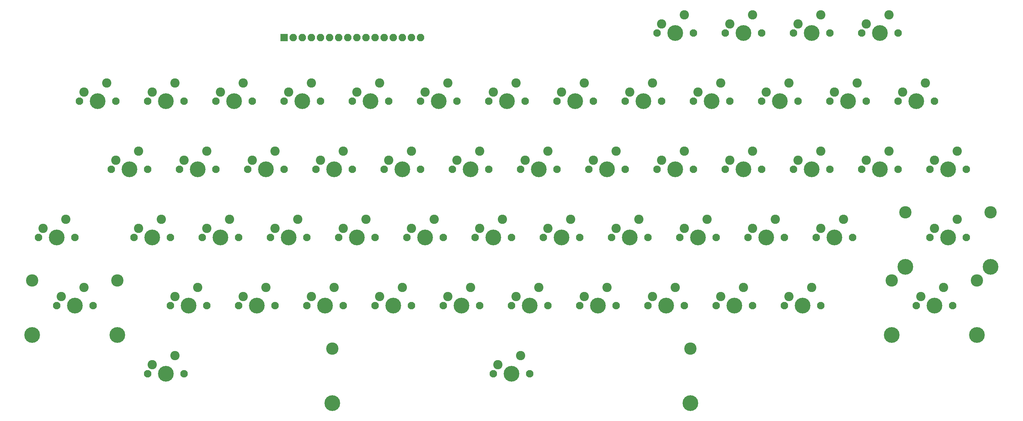
<source format=gbr>
G04 #@! TF.FileFunction,Soldermask,Top*
%FSLAX46Y46*%
G04 Gerber Fmt 4.6, Leading zero omitted, Abs format (unit mm)*
G04 Created by KiCad (PCBNEW 4.0.7-e2-6376~60~ubuntu17.10.1) date Thu Apr 12 22:39:31 2018*
%MOMM*%
%LPD*%
G01*
G04 APERTURE LIST*
%ADD10C,0.100000*%
%ADD11R,2.100000X2.100000*%
%ADD12O,2.100000X2.100000*%
%ADD13C,2.600000*%
%ADD14C,4.400000*%
%ADD15C,2.100000*%
%ADD16C,3.450000*%
G04 APERTURE END LIST*
D10*
D11*
X151130000Y-78740000D03*
D12*
X153670000Y-78740000D03*
X156210000Y-78740000D03*
X158750000Y-78740000D03*
X161290000Y-78740000D03*
X163830000Y-78740000D03*
X166370000Y-78740000D03*
X168910000Y-78740000D03*
X171450000Y-78740000D03*
X173990000Y-78740000D03*
X176530000Y-78740000D03*
X179070000Y-78740000D03*
X181610000Y-78740000D03*
X184150000Y-78740000D03*
X186690000Y-78740000D03*
X189230000Y-78740000D03*
D13*
X101600000Y-91440000D03*
X95250000Y-93980000D03*
D14*
X99060000Y-96520000D03*
D15*
X93980000Y-96520000D03*
X104140000Y-96520000D03*
D13*
X120650000Y-91440000D03*
X114300000Y-93980000D03*
D14*
X118110000Y-96520000D03*
D15*
X113030000Y-96520000D03*
X123190000Y-96520000D03*
D13*
X139700000Y-91440000D03*
X133350000Y-93980000D03*
D14*
X137160000Y-96520000D03*
D15*
X132080000Y-96520000D03*
X142240000Y-96520000D03*
D13*
X158750000Y-91440000D03*
X152400000Y-93980000D03*
D14*
X156210000Y-96520000D03*
D15*
X151130000Y-96520000D03*
X161290000Y-96520000D03*
D13*
X177800000Y-91440000D03*
X171450000Y-93980000D03*
D14*
X175260000Y-96520000D03*
D15*
X170180000Y-96520000D03*
X180340000Y-96520000D03*
D13*
X196850000Y-91440000D03*
X190500000Y-93980000D03*
D14*
X194310000Y-96520000D03*
D15*
X189230000Y-96520000D03*
X199390000Y-96520000D03*
D13*
X215900000Y-91440000D03*
X209550000Y-93980000D03*
D14*
X213360000Y-96520000D03*
D15*
X208280000Y-96520000D03*
X218440000Y-96520000D03*
D13*
X234950000Y-91440000D03*
X228600000Y-93980000D03*
D14*
X232410000Y-96520000D03*
D15*
X227330000Y-96520000D03*
X237490000Y-96520000D03*
D13*
X254000000Y-91440000D03*
X247650000Y-93980000D03*
D14*
X251460000Y-96520000D03*
D15*
X246380000Y-96520000D03*
X256540000Y-96520000D03*
D13*
X116840000Y-129540000D03*
X110490000Y-132080000D03*
D14*
X114300000Y-134620000D03*
D15*
X109220000Y-134620000D03*
X119380000Y-134620000D03*
D13*
X203200000Y-148590000D03*
X196850000Y-151130000D03*
D14*
X200660000Y-153670000D03*
D15*
X195580000Y-153670000D03*
X205740000Y-153670000D03*
D13*
X165100000Y-148590000D03*
X158750000Y-151130000D03*
D14*
X162560000Y-153670000D03*
D15*
X157480000Y-153670000D03*
X167640000Y-153670000D03*
D13*
X339090000Y-110490000D03*
X332740000Y-113030000D03*
D14*
X336550000Y-115570000D03*
D15*
X331470000Y-115570000D03*
X341630000Y-115570000D03*
D13*
X307340000Y-129540000D03*
X300990000Y-132080000D03*
D14*
X304800000Y-134620000D03*
D15*
X299720000Y-134620000D03*
X309880000Y-134620000D03*
D13*
X260350000Y-148590000D03*
X254000000Y-151130000D03*
D14*
X257810000Y-153670000D03*
D15*
X252730000Y-153670000D03*
X262890000Y-153670000D03*
D13*
X154940000Y-129540000D03*
X148590000Y-132080000D03*
D14*
X152400000Y-134620000D03*
D15*
X147320000Y-134620000D03*
X157480000Y-134620000D03*
D13*
X311150000Y-91440000D03*
X304800000Y-93980000D03*
D14*
X308610000Y-96520000D03*
D15*
X303530000Y-96520000D03*
X313690000Y-96520000D03*
D13*
X300990000Y-72390000D03*
X294640000Y-74930000D03*
D14*
X298450000Y-77470000D03*
D15*
X293370000Y-77470000D03*
X303530000Y-77470000D03*
D13*
X148590000Y-110490000D03*
X142240000Y-113030000D03*
D14*
X146050000Y-115570000D03*
D15*
X140970000Y-115570000D03*
X151130000Y-115570000D03*
D13*
X173990000Y-129540000D03*
X167640000Y-132080000D03*
D14*
X171450000Y-134620000D03*
D15*
X166370000Y-134620000D03*
X176530000Y-134620000D03*
D13*
X298450000Y-148590000D03*
X292100000Y-151130000D03*
D14*
X295910000Y-153670000D03*
D15*
X290830000Y-153670000D03*
X300990000Y-153670000D03*
D13*
X193040000Y-129540000D03*
X186690000Y-132080000D03*
D14*
X190500000Y-134620000D03*
D15*
X185420000Y-134620000D03*
X195580000Y-134620000D03*
D13*
X212090000Y-129540000D03*
X205740000Y-132080000D03*
D14*
X209550000Y-134620000D03*
D15*
X204470000Y-134620000D03*
X214630000Y-134620000D03*
D13*
X292100000Y-91440000D03*
X285750000Y-93980000D03*
D14*
X289560000Y-96520000D03*
D15*
X284480000Y-96520000D03*
X294640000Y-96520000D03*
D13*
X243840000Y-110490000D03*
X237490000Y-113030000D03*
D14*
X241300000Y-115570000D03*
D15*
X236220000Y-115570000D03*
X246380000Y-115570000D03*
D13*
X231140000Y-129540000D03*
X224790000Y-132080000D03*
D14*
X228600000Y-134620000D03*
D15*
X223520000Y-134620000D03*
X233680000Y-134620000D03*
D13*
X250190000Y-129540000D03*
X243840000Y-132080000D03*
D14*
X247650000Y-134620000D03*
D15*
X242570000Y-134620000D03*
X252730000Y-134620000D03*
D13*
X269240000Y-129540000D03*
X262890000Y-132080000D03*
D14*
X266700000Y-134620000D03*
D15*
X261620000Y-134620000D03*
X271780000Y-134620000D03*
D13*
X262890000Y-72390000D03*
X256540000Y-74930000D03*
D14*
X260350000Y-77470000D03*
D15*
X255270000Y-77470000D03*
X265430000Y-77470000D03*
D13*
X90170000Y-129540000D03*
X83820000Y-132080000D03*
D14*
X87630000Y-134620000D03*
D15*
X82550000Y-134620000D03*
X92710000Y-134620000D03*
D13*
X241300000Y-148590000D03*
X234950000Y-151130000D03*
D14*
X238760000Y-153670000D03*
D15*
X233680000Y-153670000D03*
X243840000Y-153670000D03*
D13*
X120650000Y-167640000D03*
X114300000Y-170180000D03*
D14*
X118110000Y-172720000D03*
D15*
X113030000Y-172720000D03*
X123190000Y-172720000D03*
D13*
X330200000Y-91440000D03*
X323850000Y-93980000D03*
D14*
X327660000Y-96520000D03*
D15*
X322580000Y-96520000D03*
X332740000Y-96520000D03*
D13*
X222250000Y-148590000D03*
X215900000Y-151130000D03*
D14*
X219710000Y-153670000D03*
D15*
X214630000Y-153670000D03*
X224790000Y-153670000D03*
D13*
X262890000Y-110490000D03*
X256540000Y-113030000D03*
D14*
X260350000Y-115570000D03*
D15*
X255270000Y-115570000D03*
X265430000Y-115570000D03*
D13*
X320040000Y-110490000D03*
X313690000Y-113030000D03*
D14*
X317500000Y-115570000D03*
D15*
X312420000Y-115570000D03*
X322580000Y-115570000D03*
D13*
X281940000Y-110490000D03*
X275590000Y-113030000D03*
D14*
X279400000Y-115570000D03*
D15*
X274320000Y-115570000D03*
X284480000Y-115570000D03*
D13*
X279400000Y-148590000D03*
X273050000Y-151130000D03*
D14*
X276860000Y-153670000D03*
D15*
X271780000Y-153670000D03*
X281940000Y-153670000D03*
D13*
X110490000Y-110490000D03*
X104140000Y-113030000D03*
D14*
X107950000Y-115570000D03*
D15*
X102870000Y-115570000D03*
X113030000Y-115570000D03*
D13*
X167640000Y-110490000D03*
X161290000Y-113030000D03*
D14*
X165100000Y-115570000D03*
D15*
X160020000Y-115570000D03*
X170180000Y-115570000D03*
D13*
X339090000Y-129540000D03*
X332740000Y-132080000D03*
D14*
X336550000Y-134620000D03*
D15*
X331470000Y-134620000D03*
X341630000Y-134620000D03*
D14*
X348450000Y-142860000D03*
X324650000Y-142860000D03*
D16*
X324650000Y-127620000D03*
X348450000Y-127620000D03*
D13*
X320040000Y-72390000D03*
X313690000Y-74930000D03*
D14*
X317500000Y-77470000D03*
D15*
X312420000Y-77470000D03*
X322580000Y-77470000D03*
D13*
X135890000Y-129540000D03*
X129540000Y-132080000D03*
D14*
X133350000Y-134620000D03*
D15*
X128270000Y-134620000D03*
X138430000Y-134620000D03*
D13*
X288290000Y-129540000D03*
X281940000Y-132080000D03*
D14*
X285750000Y-134620000D03*
D15*
X280670000Y-134620000D03*
X290830000Y-134620000D03*
D13*
X95250000Y-148590000D03*
X88900000Y-151130000D03*
D14*
X92710000Y-153670000D03*
D15*
X87630000Y-153670000D03*
X97790000Y-153670000D03*
D14*
X104610000Y-161910000D03*
X80810000Y-161910000D03*
D16*
X80810000Y-146670000D03*
X104610000Y-146670000D03*
D13*
X217170000Y-167640000D03*
X210820000Y-170180000D03*
D14*
X214630000Y-172720000D03*
D15*
X209550000Y-172720000D03*
X219710000Y-172720000D03*
D14*
X264630000Y-180960000D03*
X164630000Y-180960000D03*
D16*
X164630000Y-165720000D03*
X264630000Y-165720000D03*
D13*
X186690000Y-110490000D03*
X180340000Y-113030000D03*
D14*
X184150000Y-115570000D03*
D15*
X179070000Y-115570000D03*
X189230000Y-115570000D03*
D13*
X224790000Y-110490000D03*
X218440000Y-113030000D03*
D14*
X222250000Y-115570000D03*
D15*
X217170000Y-115570000D03*
X227330000Y-115570000D03*
D13*
X300990000Y-110490000D03*
X294640000Y-113030000D03*
D14*
X298450000Y-115570000D03*
D15*
X293370000Y-115570000D03*
X303530000Y-115570000D03*
D13*
X281940000Y-72390000D03*
X275590000Y-74930000D03*
D14*
X279400000Y-77470000D03*
D15*
X274320000Y-77470000D03*
X284480000Y-77470000D03*
D13*
X184150000Y-148590000D03*
X177800000Y-151130000D03*
D14*
X181610000Y-153670000D03*
D15*
X176530000Y-153670000D03*
X186690000Y-153670000D03*
D13*
X129540000Y-110490000D03*
X123190000Y-113030000D03*
D14*
X127000000Y-115570000D03*
D15*
X121920000Y-115570000D03*
X132080000Y-115570000D03*
D13*
X146050000Y-148590000D03*
X139700000Y-151130000D03*
D14*
X143510000Y-153670000D03*
D15*
X138430000Y-153670000D03*
X148590000Y-153670000D03*
D13*
X205740000Y-110490000D03*
X199390000Y-113030000D03*
D14*
X203200000Y-115570000D03*
D15*
X198120000Y-115570000D03*
X208280000Y-115570000D03*
D13*
X127000000Y-148590000D03*
X120650000Y-151130000D03*
D14*
X124460000Y-153670000D03*
D15*
X119380000Y-153670000D03*
X129540000Y-153670000D03*
D13*
X273050000Y-91440000D03*
X266700000Y-93980000D03*
D14*
X270510000Y-96520000D03*
D15*
X265430000Y-96520000D03*
X275590000Y-96520000D03*
D13*
X335280000Y-148590000D03*
X328930000Y-151130000D03*
D14*
X332740000Y-153670000D03*
D15*
X327660000Y-153670000D03*
X337820000Y-153670000D03*
D14*
X344640000Y-161910000D03*
X320840000Y-161910000D03*
D16*
X320840000Y-146670000D03*
X344640000Y-146670000D03*
M02*

</source>
